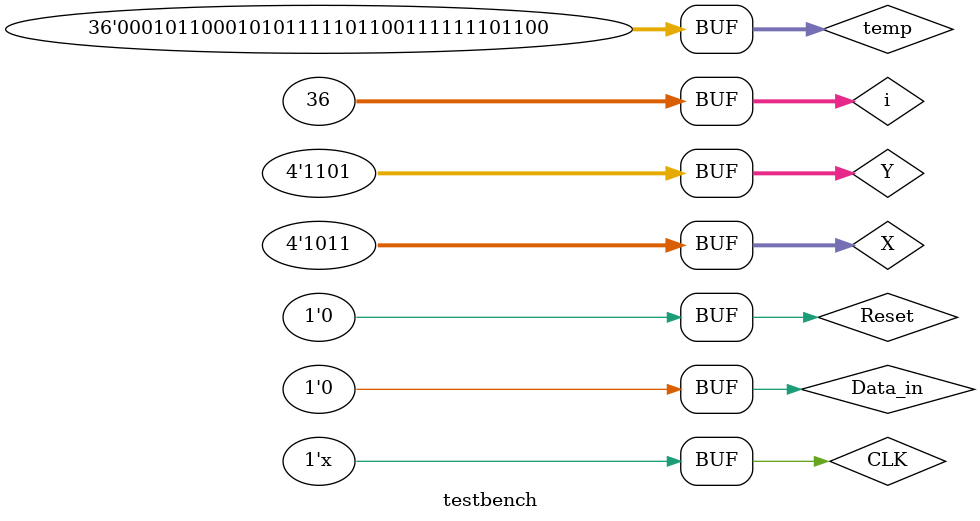
<source format=v>
`timescale 1ns / 1ps


module testbench;
    reg CLK, Reset, Data_in;
    reg [3:0] X, Y;
    wire [3:0]Data_out;
    
    FSM_1101 uut(
        .X(X),
        .Y(Y),
        .CLK(CLK),
        .Reset(Reset),
        .Data_in(Data_in),
        .Data_out(Data_out)
        );
    integer i;
    reg [35:0]temp = 36'b000101100010101111101100111111101100;
                           // 001101111111001101111101010001101000;
    initial
        CLK = 1'b0;
        always
            #5 CLK = ~CLK;
            
    
    initial begin
        X = 4'b0011; Y = 4'b0001; Reset = 1'b1;
        for(i=0; i<36; i=i+1)begin
            Data_in = temp[i];
            #10 Reset = 1'b0;
        end
        
        X = 4'b1011; Y = 4'b1101; Reset = 1'b1;
        for(i=0; i<36; i=i+1)begin
            Data_in = temp[i];
            #10 Reset = 1'b0;
        end
    end

endmodule

</source>
